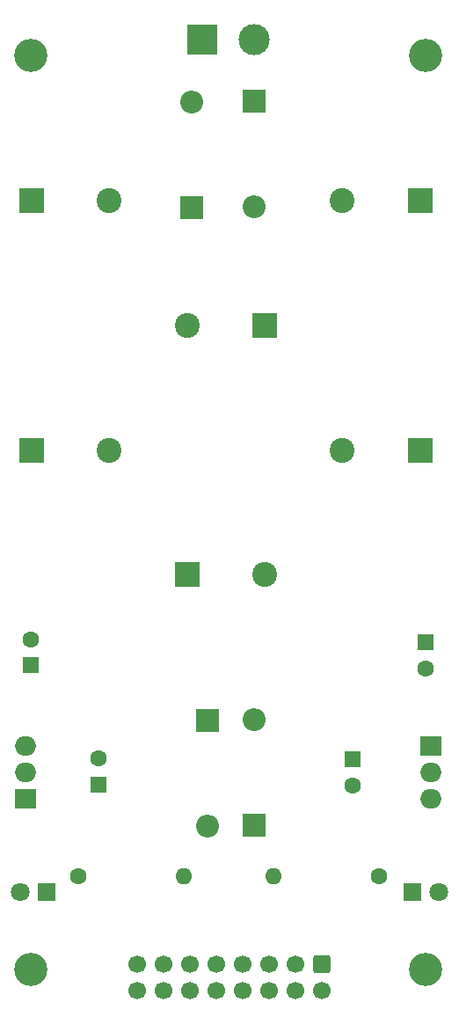
<source format=gbs>
%TF.GenerationSoftware,KiCad,Pcbnew,(6.0.2)*%
%TF.CreationDate,2022-03-19T09:04:52+01:00*%
%TF.ProjectId,PSU,5053552e-6b69-4636-9164-5f7063625858,rev?*%
%TF.SameCoordinates,Original*%
%TF.FileFunction,Soldermask,Bot*%
%TF.FilePolarity,Negative*%
%FSLAX46Y46*%
G04 Gerber Fmt 4.6, Leading zero omitted, Abs format (unit mm)*
G04 Created by KiCad (PCBNEW (6.0.2)) date 2022-03-19 09:04:52*
%MOMM*%
%LPD*%
G01*
G04 APERTURE LIST*
G04 Aperture macros list*
%AMRoundRect*
0 Rectangle with rounded corners*
0 $1 Rounding radius*
0 $2 $3 $4 $5 $6 $7 $8 $9 X,Y pos of 4 corners*
0 Add a 4 corners polygon primitive as box body*
4,1,4,$2,$3,$4,$5,$6,$7,$8,$9,$2,$3,0*
0 Add four circle primitives for the rounded corners*
1,1,$1+$1,$2,$3*
1,1,$1+$1,$4,$5*
1,1,$1+$1,$6,$7*
1,1,$1+$1,$8,$9*
0 Add four rect primitives between the rounded corners*
20,1,$1+$1,$2,$3,$4,$5,0*
20,1,$1+$1,$4,$5,$6,$7,0*
20,1,$1+$1,$6,$7,$8,$9,0*
20,1,$1+$1,$8,$9,$2,$3,0*%
G04 Aperture macros list end*
%ADD10R,1.600000X1.600000*%
%ADD11C,1.600000*%
%ADD12C,3.200000*%
%ADD13R,2.000000X1.905000*%
%ADD14O,2.000000X1.905000*%
%ADD15R,2.400000X2.400000*%
%ADD16C,2.400000*%
%ADD17RoundRect,0.250000X-0.600000X0.600000X-0.600000X-0.600000X0.600000X-0.600000X0.600000X0.600000X0*%
%ADD18C,1.700000*%
%ADD19R,1.800000X1.800000*%
%ADD20C,1.800000*%
%ADD21R,2.200000X2.200000*%
%ADD22O,2.200000X2.200000*%
%ADD23O,1.600000X1.600000*%
%ADD24R,3.000000X3.000000*%
%ADD25C,3.000000*%
G04 APERTURE END LIST*
D10*
%TO.C,C10*%
X97000000Y-123794888D03*
D11*
X97000000Y-126294888D03*
%TD*%
D12*
%TO.C,REF\u002A\u002A*%
X104000000Y-144000000D03*
%TD*%
%TO.C,REF\u002A\u002A*%
X66000000Y-56000000D03*
%TD*%
D13*
%TO.C,U2*%
X104500000Y-122500000D03*
D14*
X104500000Y-125040000D03*
X104500000Y-127580000D03*
%TD*%
D15*
%TO.C,C3*%
X66022220Y-94000000D03*
D16*
X73522220Y-94000000D03*
%TD*%
D17*
%TO.C,J1*%
X94000000Y-143500000D03*
D18*
X94000000Y-146040000D03*
X91460000Y-143500000D03*
X91460000Y-146040000D03*
X88920000Y-143500000D03*
X88920000Y-146040000D03*
X86380000Y-143500000D03*
X86380000Y-146040000D03*
X83840000Y-143500000D03*
X83840000Y-146040000D03*
X81300000Y-143500000D03*
X81300000Y-146040000D03*
X78760000Y-143500000D03*
X78760000Y-146040000D03*
X76220000Y-143500000D03*
X76220000Y-146040000D03*
%TD*%
D19*
%TO.C,D4*%
X102725000Y-136500000D03*
D20*
X105265000Y-136500000D03*
%TD*%
D21*
%TO.C,D6*%
X87500000Y-130080000D03*
D22*
X87500000Y-119920000D03*
%TD*%
D10*
%TO.C,C9*%
X104000000Y-112500000D03*
D11*
X104000000Y-115000000D03*
%TD*%
D13*
%TO.C,U1*%
X65460000Y-127540000D03*
D14*
X65460000Y-125000000D03*
X65460000Y-122460000D03*
%TD*%
D11*
%TO.C,R2*%
X99500000Y-135000000D03*
D23*
X89340000Y-135000000D03*
%TD*%
D21*
%TO.C,D5*%
X87500000Y-60420000D03*
D22*
X87500000Y-70580000D03*
%TD*%
D15*
%TO.C,C7*%
X103477780Y-94000000D03*
D16*
X95977780Y-94000000D03*
%TD*%
D15*
%TO.C,C8*%
X81022220Y-106000000D03*
D16*
X88522220Y-106000000D03*
%TD*%
D12*
%TO.C,REF\u002A\u002A*%
X66000000Y-144000000D03*
%TD*%
%TO.C,REF\u002A\u002A*%
X104000000Y-56000000D03*
%TD*%
D11*
%TO.C,R1*%
X70500000Y-135000000D03*
D23*
X80660000Y-135000000D03*
%TD*%
D21*
%TO.C,D2*%
X81500000Y-70660000D03*
D22*
X81500000Y-60500000D03*
%TD*%
D10*
%TO.C,C4*%
X72500000Y-126205113D03*
D11*
X72500000Y-123705113D03*
%TD*%
D15*
%TO.C,C2*%
X88500000Y-82000000D03*
D16*
X81000000Y-82000000D03*
%TD*%
D19*
%TO.C,D3*%
X67500000Y-136500000D03*
D20*
X64960000Y-136500000D03*
%TD*%
D15*
%TO.C,C1*%
X66022220Y-70000000D03*
D16*
X73522220Y-70000000D03*
%TD*%
D10*
%TO.C,C5*%
X66000000Y-114705113D03*
D11*
X66000000Y-112205113D03*
%TD*%
D21*
%TO.C,D1*%
X83000000Y-120000000D03*
D22*
X83000000Y-130160000D03*
%TD*%
D15*
%TO.C,C6*%
X103477780Y-70000000D03*
D16*
X95977780Y-70000000D03*
%TD*%
D24*
%TO.C,JP1*%
X82500000Y-54500000D03*
D25*
X87500000Y-54500000D03*
%TD*%
M02*

</source>
